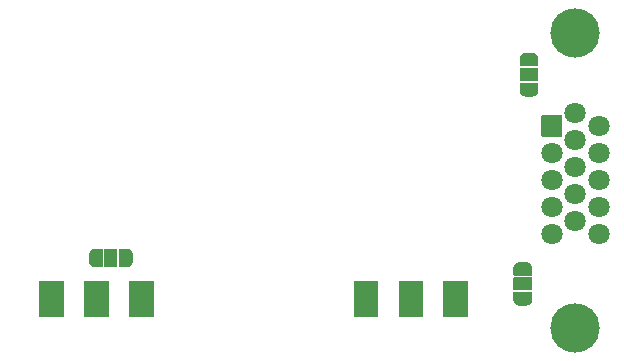
<source format=gbr>
G04 #@! TF.GenerationSoftware,KiCad,Pcbnew,(5.1.10-1-10_14)*
G04 #@! TF.CreationDate,2021-10-24T13:43:18-04:00*
G04 #@! TF.ProjectId,gscartsw2VGA,67736361-7274-4737-9732-5647412e6b69,1*
G04 #@! TF.SameCoordinates,Original*
G04 #@! TF.FileFunction,Soldermask,Bot*
G04 #@! TF.FilePolarity,Negative*
%FSLAX46Y46*%
G04 Gerber Fmt 4.6, Leading zero omitted, Abs format (unit mm)*
G04 Created by KiCad (PCBNEW (5.1.10-1-10_14)) date 2021-10-24 13:43:18*
%MOMM*%
%LPD*%
G01*
G04 APERTURE LIST*
%ADD10C,1.801600*%
%ADD11C,4.167600*%
%ADD12C,0.152400*%
G04 APERTURE END LIST*
D10*
X164130000Y-98345000D03*
X164130000Y-96055000D03*
X164130000Y-93765000D03*
X164130000Y-91475000D03*
X164130000Y-89185000D03*
X162150000Y-97200000D03*
X162150000Y-94910000D03*
X162150000Y-92620000D03*
X162150000Y-90330000D03*
X162150000Y-88040000D03*
X160170000Y-98345000D03*
X160170000Y-96055000D03*
X160170000Y-93765000D03*
X160170000Y-91475000D03*
D11*
X162150000Y-106260000D03*
X162150000Y-81270000D03*
G36*
G01*
X159320000Y-88284200D02*
X161020000Y-88284200D01*
G75*
G02*
X161070800Y-88335000I0J-50800D01*
G01*
X161070800Y-90035000D01*
G75*
G02*
X161020000Y-90085800I-50800J0D01*
G01*
X159320000Y-90085800D01*
G75*
G02*
X159269200Y-90035000I0J50800D01*
G01*
X159269200Y-88335000D01*
G75*
G02*
X159320000Y-88284200I50800J0D01*
G01*
G37*
G36*
G01*
X124392524Y-105321881D02*
X124392524Y-102321881D01*
G75*
G02*
X124443324Y-102271081I50800J0D01*
G01*
X126443324Y-102271081D01*
G75*
G02*
X126494124Y-102321881I0J-50800D01*
G01*
X126494124Y-105321881D01*
G75*
G02*
X126443324Y-105372681I-50800J0D01*
G01*
X124443324Y-105372681D01*
G75*
G02*
X124392524Y-105321881I0J50800D01*
G01*
G37*
G36*
G01*
X150992524Y-105321881D02*
X150992524Y-102321881D01*
G75*
G02*
X151043324Y-102271081I50800J0D01*
G01*
X153043324Y-102271081D01*
G75*
G02*
X153094124Y-102321881I0J-50800D01*
G01*
X153094124Y-105321881D01*
G75*
G02*
X153043324Y-105372681I-50800J0D01*
G01*
X151043324Y-105372681D01*
G75*
G02*
X150992524Y-105321881I0J50800D01*
G01*
G37*
G36*
G01*
X147192524Y-105321881D02*
X147192524Y-102321881D01*
G75*
G02*
X147243324Y-102271081I50800J0D01*
G01*
X149243324Y-102271081D01*
G75*
G02*
X149294124Y-102321881I0J-50800D01*
G01*
X149294124Y-105321881D01*
G75*
G02*
X149243324Y-105372681I-50800J0D01*
G01*
X147243324Y-105372681D01*
G75*
G02*
X147192524Y-105321881I0J50800D01*
G01*
G37*
G36*
G01*
X143392524Y-105321881D02*
X143392524Y-102321881D01*
G75*
G02*
X143443324Y-102271081I50800J0D01*
G01*
X145443324Y-102271081D01*
G75*
G02*
X145494124Y-102321881I0J-50800D01*
G01*
X145494124Y-105321881D01*
G75*
G02*
X145443324Y-105372681I-50800J0D01*
G01*
X143443324Y-105372681D01*
G75*
G02*
X143392524Y-105321881I0J50800D01*
G01*
G37*
G36*
G01*
X120592524Y-105321881D02*
X120592524Y-102321881D01*
G75*
G02*
X120643324Y-102271081I50800J0D01*
G01*
X122643324Y-102271081D01*
G75*
G02*
X122694124Y-102321881I0J-50800D01*
G01*
X122694124Y-105321881D01*
G75*
G02*
X122643324Y-105372681I-50800J0D01*
G01*
X120643324Y-105372681D01*
G75*
G02*
X120592524Y-105321881I0J50800D01*
G01*
G37*
G36*
G01*
X116792524Y-105321881D02*
X116792524Y-102321881D01*
G75*
G02*
X116843324Y-102271081I50800J0D01*
G01*
X118843324Y-102271081D01*
G75*
G02*
X118894124Y-102321881I0J-50800D01*
G01*
X118894124Y-105321881D01*
G75*
G02*
X118843324Y-105372681I-50800J0D01*
G01*
X116843324Y-105372681D01*
G75*
G02*
X116792524Y-105321881I0J50800D01*
G01*
G37*
D12*
G36*
X123580089Y-101149824D02*
G01*
X123570560Y-101146933D01*
X123561777Y-101142239D01*
X123554079Y-101135921D01*
X123547761Y-101128223D01*
X123543067Y-101119440D01*
X123540176Y-101109911D01*
X123539200Y-101100000D01*
X123539200Y-99600000D01*
X123540176Y-99590089D01*
X123543067Y-99580560D01*
X123547761Y-99571777D01*
X123554079Y-99564079D01*
X123561777Y-99557761D01*
X123570560Y-99553067D01*
X123580089Y-99550176D01*
X123590000Y-99549200D01*
X124140000Y-99549200D01*
X124146113Y-99549802D01*
X124164534Y-99549802D01*
X124169514Y-99550047D01*
X124218345Y-99554857D01*
X124223275Y-99555588D01*
X124271400Y-99565160D01*
X124276237Y-99566372D01*
X124323192Y-99580616D01*
X124327885Y-99582295D01*
X124373218Y-99601072D01*
X124377726Y-99603204D01*
X124420999Y-99626335D01*
X124425273Y-99628897D01*
X124466072Y-99656157D01*
X124470077Y-99659127D01*
X124508006Y-99690255D01*
X124511700Y-99693603D01*
X124546397Y-99728300D01*
X124549745Y-99731994D01*
X124580873Y-99769923D01*
X124583843Y-99773928D01*
X124611103Y-99814727D01*
X124613665Y-99819001D01*
X124636796Y-99862274D01*
X124638928Y-99866782D01*
X124657705Y-99912115D01*
X124659384Y-99916808D01*
X124673628Y-99963763D01*
X124674840Y-99968600D01*
X124684412Y-100016725D01*
X124685143Y-100021655D01*
X124689953Y-100070486D01*
X124690198Y-100075466D01*
X124690198Y-100093887D01*
X124690800Y-100100000D01*
X124690800Y-100600000D01*
X124690198Y-100606113D01*
X124690198Y-100624534D01*
X124689953Y-100629514D01*
X124685143Y-100678345D01*
X124684412Y-100683275D01*
X124674840Y-100731400D01*
X124673628Y-100736237D01*
X124659384Y-100783192D01*
X124657705Y-100787885D01*
X124638928Y-100833218D01*
X124636796Y-100837726D01*
X124613665Y-100880999D01*
X124611103Y-100885273D01*
X124583843Y-100926072D01*
X124580873Y-100930077D01*
X124549745Y-100968006D01*
X124546397Y-100971700D01*
X124511700Y-101006397D01*
X124508006Y-101009745D01*
X124470077Y-101040873D01*
X124466072Y-101043843D01*
X124425273Y-101071103D01*
X124420999Y-101073665D01*
X124377726Y-101096796D01*
X124373218Y-101098928D01*
X124327885Y-101117705D01*
X124323192Y-101119384D01*
X124276237Y-101133628D01*
X124271400Y-101134840D01*
X124223275Y-101144412D01*
X124218345Y-101145143D01*
X124169514Y-101149953D01*
X124164534Y-101150198D01*
X124146113Y-101150198D01*
X124140000Y-101150800D01*
X123590000Y-101150800D01*
X123580089Y-101149824D01*
G37*
G36*
X121533887Y-101150198D02*
G01*
X121515466Y-101150198D01*
X121510486Y-101149953D01*
X121461655Y-101145143D01*
X121456725Y-101144412D01*
X121408600Y-101134840D01*
X121403763Y-101133628D01*
X121356808Y-101119384D01*
X121352115Y-101117705D01*
X121306782Y-101098928D01*
X121302274Y-101096796D01*
X121259001Y-101073665D01*
X121254727Y-101071103D01*
X121213928Y-101043843D01*
X121209923Y-101040873D01*
X121171994Y-101009745D01*
X121168300Y-101006397D01*
X121133603Y-100971700D01*
X121130255Y-100968006D01*
X121099127Y-100930077D01*
X121096157Y-100926072D01*
X121068897Y-100885273D01*
X121066335Y-100880999D01*
X121043204Y-100837726D01*
X121041072Y-100833218D01*
X121022295Y-100787885D01*
X121020616Y-100783192D01*
X121006372Y-100736237D01*
X121005160Y-100731400D01*
X120995588Y-100683275D01*
X120994857Y-100678345D01*
X120990047Y-100629514D01*
X120989802Y-100624534D01*
X120989802Y-100606113D01*
X120989200Y-100600000D01*
X120989200Y-100100000D01*
X120989802Y-100093887D01*
X120989802Y-100075466D01*
X120990047Y-100070486D01*
X120994857Y-100021655D01*
X120995588Y-100016725D01*
X121005160Y-99968600D01*
X121006372Y-99963763D01*
X121020616Y-99916808D01*
X121022295Y-99912115D01*
X121041072Y-99866782D01*
X121043204Y-99862274D01*
X121066335Y-99819001D01*
X121068897Y-99814727D01*
X121096157Y-99773928D01*
X121099127Y-99769923D01*
X121130255Y-99731994D01*
X121133603Y-99728300D01*
X121168300Y-99693603D01*
X121171994Y-99690255D01*
X121209923Y-99659127D01*
X121213928Y-99656157D01*
X121254727Y-99628897D01*
X121259001Y-99626335D01*
X121302274Y-99603204D01*
X121306782Y-99601072D01*
X121352115Y-99582295D01*
X121356808Y-99580616D01*
X121403763Y-99566372D01*
X121408600Y-99565160D01*
X121456725Y-99555588D01*
X121461655Y-99554857D01*
X121510486Y-99550047D01*
X121515466Y-99549802D01*
X121533887Y-99549802D01*
X121540000Y-99549200D01*
X122090000Y-99549200D01*
X122099911Y-99550176D01*
X122109440Y-99553067D01*
X122118223Y-99557761D01*
X122125921Y-99564079D01*
X122132239Y-99571777D01*
X122136933Y-99580560D01*
X122139824Y-99590089D01*
X122140800Y-99600000D01*
X122140800Y-101100000D01*
X122139824Y-101109911D01*
X122136933Y-101119440D01*
X122132239Y-101128223D01*
X122125921Y-101135921D01*
X122118223Y-101142239D01*
X122109440Y-101146933D01*
X122099911Y-101149824D01*
X122090000Y-101150800D01*
X121540000Y-101150800D01*
X121533887Y-101150198D01*
G37*
G36*
G01*
X123390800Y-99600000D02*
X123390800Y-101100000D01*
G75*
G02*
X123340000Y-101150800I-50800J0D01*
G01*
X122340000Y-101150800D01*
G75*
G02*
X122289200Y-101100000I0J50800D01*
G01*
X122289200Y-99600000D01*
G75*
G02*
X122340000Y-99549200I50800J0D01*
G01*
X123340000Y-99549200D01*
G75*
G02*
X123390800Y-99600000I0J-50800D01*
G01*
G37*
G36*
G01*
X158990000Y-85380800D02*
X157490000Y-85380800D01*
G75*
G02*
X157439200Y-85330000I0J50800D01*
G01*
X157439200Y-84330000D01*
G75*
G02*
X157490000Y-84279200I50800J0D01*
G01*
X158990000Y-84279200D01*
G75*
G02*
X159040800Y-84330000I0J-50800D01*
G01*
X159040800Y-85330000D01*
G75*
G02*
X158990000Y-85380800I-50800J0D01*
G01*
G37*
G36*
X157439802Y-83523887D02*
G01*
X157439802Y-83505466D01*
X157440047Y-83500486D01*
X157444857Y-83451655D01*
X157445588Y-83446725D01*
X157455160Y-83398600D01*
X157456372Y-83393763D01*
X157470616Y-83346808D01*
X157472295Y-83342115D01*
X157491072Y-83296782D01*
X157493204Y-83292274D01*
X157516335Y-83249001D01*
X157518897Y-83244727D01*
X157546157Y-83203928D01*
X157549127Y-83199923D01*
X157580255Y-83161994D01*
X157583603Y-83158300D01*
X157618300Y-83123603D01*
X157621994Y-83120255D01*
X157659923Y-83089127D01*
X157663928Y-83086157D01*
X157704727Y-83058897D01*
X157709001Y-83056335D01*
X157752274Y-83033204D01*
X157756782Y-83031072D01*
X157802115Y-83012295D01*
X157806808Y-83010616D01*
X157853763Y-82996372D01*
X157858600Y-82995160D01*
X157906725Y-82985588D01*
X157911655Y-82984857D01*
X157960486Y-82980047D01*
X157965466Y-82979802D01*
X157983887Y-82979802D01*
X157990000Y-82979200D01*
X158490000Y-82979200D01*
X158496113Y-82979802D01*
X158514534Y-82979802D01*
X158519514Y-82980047D01*
X158568345Y-82984857D01*
X158573275Y-82985588D01*
X158621400Y-82995160D01*
X158626237Y-82996372D01*
X158673192Y-83010616D01*
X158677885Y-83012295D01*
X158723218Y-83031072D01*
X158727726Y-83033204D01*
X158770999Y-83056335D01*
X158775273Y-83058897D01*
X158816072Y-83086157D01*
X158820077Y-83089127D01*
X158858006Y-83120255D01*
X158861700Y-83123603D01*
X158896397Y-83158300D01*
X158899745Y-83161994D01*
X158930873Y-83199923D01*
X158933843Y-83203928D01*
X158961103Y-83244727D01*
X158963665Y-83249001D01*
X158986796Y-83292274D01*
X158988928Y-83296782D01*
X159007705Y-83342115D01*
X159009384Y-83346808D01*
X159023628Y-83393763D01*
X159024840Y-83398600D01*
X159034412Y-83446725D01*
X159035143Y-83451655D01*
X159039953Y-83500486D01*
X159040198Y-83505466D01*
X159040198Y-83523887D01*
X159040800Y-83530000D01*
X159040800Y-84080000D01*
X159039824Y-84089911D01*
X159036933Y-84099440D01*
X159032239Y-84108223D01*
X159025921Y-84115921D01*
X159018223Y-84122239D01*
X159009440Y-84126933D01*
X158999911Y-84129824D01*
X158990000Y-84130800D01*
X157490000Y-84130800D01*
X157480089Y-84129824D01*
X157470560Y-84126933D01*
X157461777Y-84122239D01*
X157454079Y-84115921D01*
X157447761Y-84108223D01*
X157443067Y-84099440D01*
X157440176Y-84089911D01*
X157439200Y-84080000D01*
X157439200Y-83530000D01*
X157439802Y-83523887D01*
G37*
G36*
X157440176Y-85570089D02*
G01*
X157443067Y-85560560D01*
X157447761Y-85551777D01*
X157454079Y-85544079D01*
X157461777Y-85537761D01*
X157470560Y-85533067D01*
X157480089Y-85530176D01*
X157490000Y-85529200D01*
X158990000Y-85529200D01*
X158999911Y-85530176D01*
X159009440Y-85533067D01*
X159018223Y-85537761D01*
X159025921Y-85544079D01*
X159032239Y-85551777D01*
X159036933Y-85560560D01*
X159039824Y-85570089D01*
X159040800Y-85580000D01*
X159040800Y-86130000D01*
X159040198Y-86136113D01*
X159040198Y-86154534D01*
X159039953Y-86159514D01*
X159035143Y-86208345D01*
X159034412Y-86213275D01*
X159024840Y-86261400D01*
X159023628Y-86266237D01*
X159009384Y-86313192D01*
X159007705Y-86317885D01*
X158988928Y-86363218D01*
X158986796Y-86367726D01*
X158963665Y-86410999D01*
X158961103Y-86415273D01*
X158933843Y-86456072D01*
X158930873Y-86460077D01*
X158899745Y-86498006D01*
X158896397Y-86501700D01*
X158861700Y-86536397D01*
X158858006Y-86539745D01*
X158820077Y-86570873D01*
X158816072Y-86573843D01*
X158775273Y-86601103D01*
X158770999Y-86603665D01*
X158727726Y-86626796D01*
X158723218Y-86628928D01*
X158677885Y-86647705D01*
X158673192Y-86649384D01*
X158626237Y-86663628D01*
X158621400Y-86664840D01*
X158573275Y-86674412D01*
X158568345Y-86675143D01*
X158519514Y-86679953D01*
X158514534Y-86680198D01*
X158496113Y-86680198D01*
X158490000Y-86680800D01*
X157990000Y-86680800D01*
X157983887Y-86680198D01*
X157965466Y-86680198D01*
X157960486Y-86679953D01*
X157911655Y-86675143D01*
X157906725Y-86674412D01*
X157858600Y-86664840D01*
X157853763Y-86663628D01*
X157806808Y-86649384D01*
X157802115Y-86647705D01*
X157756782Y-86628928D01*
X157752274Y-86626796D01*
X157709001Y-86603665D01*
X157704727Y-86601103D01*
X157663928Y-86573843D01*
X157659923Y-86570873D01*
X157621994Y-86539745D01*
X157618300Y-86536397D01*
X157583603Y-86501700D01*
X157580255Y-86498006D01*
X157549127Y-86460077D01*
X157546157Y-86456072D01*
X157518897Y-86415273D01*
X157516335Y-86410999D01*
X157493204Y-86367726D01*
X157491072Y-86363218D01*
X157472295Y-86317885D01*
X157470616Y-86313192D01*
X157456372Y-86266237D01*
X157455160Y-86261400D01*
X157445588Y-86213275D01*
X157444857Y-86208345D01*
X157440047Y-86159514D01*
X157439802Y-86154534D01*
X157439802Y-86136113D01*
X157439200Y-86130000D01*
X157439200Y-85580000D01*
X157440176Y-85570089D01*
G37*
G36*
X156910176Y-103280089D02*
G01*
X156913067Y-103270560D01*
X156917761Y-103261777D01*
X156924079Y-103254079D01*
X156931777Y-103247761D01*
X156940560Y-103243067D01*
X156950089Y-103240176D01*
X156960000Y-103239200D01*
X158460000Y-103239200D01*
X158469911Y-103240176D01*
X158479440Y-103243067D01*
X158488223Y-103247761D01*
X158495921Y-103254079D01*
X158502239Y-103261777D01*
X158506933Y-103270560D01*
X158509824Y-103280089D01*
X158510800Y-103290000D01*
X158510800Y-103840000D01*
X158510198Y-103846113D01*
X158510198Y-103864534D01*
X158509953Y-103869514D01*
X158505143Y-103918345D01*
X158504412Y-103923275D01*
X158494840Y-103971400D01*
X158493628Y-103976237D01*
X158479384Y-104023192D01*
X158477705Y-104027885D01*
X158458928Y-104073218D01*
X158456796Y-104077726D01*
X158433665Y-104120999D01*
X158431103Y-104125273D01*
X158403843Y-104166072D01*
X158400873Y-104170077D01*
X158369745Y-104208006D01*
X158366397Y-104211700D01*
X158331700Y-104246397D01*
X158328006Y-104249745D01*
X158290077Y-104280873D01*
X158286072Y-104283843D01*
X158245273Y-104311103D01*
X158240999Y-104313665D01*
X158197726Y-104336796D01*
X158193218Y-104338928D01*
X158147885Y-104357705D01*
X158143192Y-104359384D01*
X158096237Y-104373628D01*
X158091400Y-104374840D01*
X158043275Y-104384412D01*
X158038345Y-104385143D01*
X157989514Y-104389953D01*
X157984534Y-104390198D01*
X157966113Y-104390198D01*
X157960000Y-104390800D01*
X157460000Y-104390800D01*
X157453887Y-104390198D01*
X157435466Y-104390198D01*
X157430486Y-104389953D01*
X157381655Y-104385143D01*
X157376725Y-104384412D01*
X157328600Y-104374840D01*
X157323763Y-104373628D01*
X157276808Y-104359384D01*
X157272115Y-104357705D01*
X157226782Y-104338928D01*
X157222274Y-104336796D01*
X157179001Y-104313665D01*
X157174727Y-104311103D01*
X157133928Y-104283843D01*
X157129923Y-104280873D01*
X157091994Y-104249745D01*
X157088300Y-104246397D01*
X157053603Y-104211700D01*
X157050255Y-104208006D01*
X157019127Y-104170077D01*
X157016157Y-104166072D01*
X156988897Y-104125273D01*
X156986335Y-104120999D01*
X156963204Y-104077726D01*
X156961072Y-104073218D01*
X156942295Y-104027885D01*
X156940616Y-104023192D01*
X156926372Y-103976237D01*
X156925160Y-103971400D01*
X156915588Y-103923275D01*
X156914857Y-103918345D01*
X156910047Y-103869514D01*
X156909802Y-103864534D01*
X156909802Y-103846113D01*
X156909200Y-103840000D01*
X156909200Y-103290000D01*
X156910176Y-103280089D01*
G37*
G36*
X156909802Y-101233887D02*
G01*
X156909802Y-101215466D01*
X156910047Y-101210486D01*
X156914857Y-101161655D01*
X156915588Y-101156725D01*
X156925160Y-101108600D01*
X156926372Y-101103763D01*
X156940616Y-101056808D01*
X156942295Y-101052115D01*
X156961072Y-101006782D01*
X156963204Y-101002274D01*
X156986335Y-100959001D01*
X156988897Y-100954727D01*
X157016157Y-100913928D01*
X157019127Y-100909923D01*
X157050255Y-100871994D01*
X157053603Y-100868300D01*
X157088300Y-100833603D01*
X157091994Y-100830255D01*
X157129923Y-100799127D01*
X157133928Y-100796157D01*
X157174727Y-100768897D01*
X157179001Y-100766335D01*
X157222274Y-100743204D01*
X157226782Y-100741072D01*
X157272115Y-100722295D01*
X157276808Y-100720616D01*
X157323763Y-100706372D01*
X157328600Y-100705160D01*
X157376725Y-100695588D01*
X157381655Y-100694857D01*
X157430486Y-100690047D01*
X157435466Y-100689802D01*
X157453887Y-100689802D01*
X157460000Y-100689200D01*
X157960000Y-100689200D01*
X157966113Y-100689802D01*
X157984534Y-100689802D01*
X157989514Y-100690047D01*
X158038345Y-100694857D01*
X158043275Y-100695588D01*
X158091400Y-100705160D01*
X158096237Y-100706372D01*
X158143192Y-100720616D01*
X158147885Y-100722295D01*
X158193218Y-100741072D01*
X158197726Y-100743204D01*
X158240999Y-100766335D01*
X158245273Y-100768897D01*
X158286072Y-100796157D01*
X158290077Y-100799127D01*
X158328006Y-100830255D01*
X158331700Y-100833603D01*
X158366397Y-100868300D01*
X158369745Y-100871994D01*
X158400873Y-100909923D01*
X158403843Y-100913928D01*
X158431103Y-100954727D01*
X158433665Y-100959001D01*
X158456796Y-101002274D01*
X158458928Y-101006782D01*
X158477705Y-101052115D01*
X158479384Y-101056808D01*
X158493628Y-101103763D01*
X158494840Y-101108600D01*
X158504412Y-101156725D01*
X158505143Y-101161655D01*
X158509953Y-101210486D01*
X158510198Y-101215466D01*
X158510198Y-101233887D01*
X158510800Y-101240000D01*
X158510800Y-101790000D01*
X158509824Y-101799911D01*
X158506933Y-101809440D01*
X158502239Y-101818223D01*
X158495921Y-101825921D01*
X158488223Y-101832239D01*
X158479440Y-101836933D01*
X158469911Y-101839824D01*
X158460000Y-101840800D01*
X156960000Y-101840800D01*
X156950089Y-101839824D01*
X156940560Y-101836933D01*
X156931777Y-101832239D01*
X156924079Y-101825921D01*
X156917761Y-101818223D01*
X156913067Y-101809440D01*
X156910176Y-101799911D01*
X156909200Y-101790000D01*
X156909200Y-101240000D01*
X156909802Y-101233887D01*
G37*
G36*
G01*
X158460000Y-103090800D02*
X156960000Y-103090800D01*
G75*
G02*
X156909200Y-103040000I0J50800D01*
G01*
X156909200Y-102040000D01*
G75*
G02*
X156960000Y-101989200I50800J0D01*
G01*
X158460000Y-101989200D01*
G75*
G02*
X158510800Y-102040000I0J-50800D01*
G01*
X158510800Y-103040000D01*
G75*
G02*
X158460000Y-103090800I-50800J0D01*
G01*
G37*
M02*

</source>
